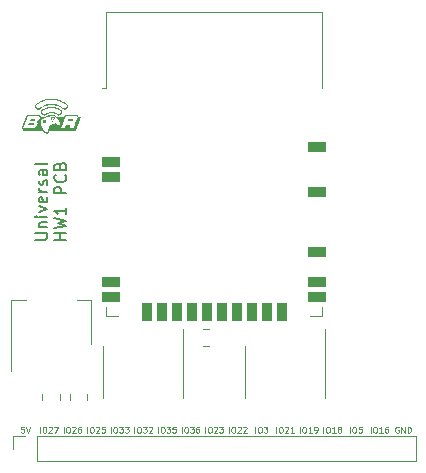
<source format=gbr>
%TF.GenerationSoftware,KiCad,Pcbnew,(6.0.8)*%
%TF.CreationDate,2023-05-25T13:10:06+01:00*%
%TF.ProjectId,BlueRetro_Universal_HW1,426c7565-5265-4747-926f-5f556e697665,rev?*%
%TF.SameCoordinates,Original*%
%TF.FileFunction,Legend,Top*%
%TF.FilePolarity,Positive*%
%FSLAX46Y46*%
G04 Gerber Fmt 4.6, Leading zero omitted, Abs format (unit mm)*
G04 Created by KiCad (PCBNEW (6.0.8)) date 2023-05-25 13:10:06*
%MOMM*%
%LPD*%
G01*
G04 APERTURE LIST*
%ADD10C,0.125000*%
%ADD11C,0.150000*%
%ADD12C,0.120000*%
%ADD13R,1.500000X0.900000*%
%ADD14R,0.900000X1.500000*%
G04 APERTURE END LIST*
D10*
X134080504Y-68018790D02*
X134080504Y-67518790D01*
X134413838Y-67518790D02*
X134509076Y-67518790D01*
X134556695Y-67542600D01*
X134604314Y-67590219D01*
X134628123Y-67685457D01*
X134628123Y-67852123D01*
X134604314Y-67947361D01*
X134556695Y-67994980D01*
X134509076Y-68018790D01*
X134413838Y-68018790D01*
X134366219Y-67994980D01*
X134318600Y-67947361D01*
X134294790Y-67852123D01*
X134294790Y-67685457D01*
X134318600Y-67590219D01*
X134366219Y-67542600D01*
X134413838Y-67518790D01*
X134818600Y-67566409D02*
X134842409Y-67542600D01*
X134890028Y-67518790D01*
X135009076Y-67518790D01*
X135056695Y-67542600D01*
X135080504Y-67566409D01*
X135104314Y-67614028D01*
X135104314Y-67661647D01*
X135080504Y-67733076D01*
X134794790Y-68018790D01*
X135104314Y-68018790D01*
X135270980Y-67518790D02*
X135604314Y-67518790D01*
X135390028Y-68018790D01*
X146080504Y-68018790D02*
X146080504Y-67518790D01*
X146413838Y-67518790D02*
X146509076Y-67518790D01*
X146556695Y-67542600D01*
X146604314Y-67590219D01*
X146628123Y-67685457D01*
X146628123Y-67852123D01*
X146604314Y-67947361D01*
X146556695Y-67994980D01*
X146509076Y-68018790D01*
X146413838Y-68018790D01*
X146366219Y-67994980D01*
X146318600Y-67947361D01*
X146294790Y-67852123D01*
X146294790Y-67685457D01*
X146318600Y-67590219D01*
X146366219Y-67542600D01*
X146413838Y-67518790D01*
X146794790Y-67518790D02*
X147104314Y-67518790D01*
X146937647Y-67709266D01*
X147009076Y-67709266D01*
X147056695Y-67733076D01*
X147080504Y-67756885D01*
X147104314Y-67804504D01*
X147104314Y-67923552D01*
X147080504Y-67971171D01*
X147056695Y-67994980D01*
X147009076Y-68018790D01*
X146866219Y-68018790D01*
X146818600Y-67994980D01*
X146794790Y-67971171D01*
X147532885Y-67518790D02*
X147437647Y-67518790D01*
X147390028Y-67542600D01*
X147366219Y-67566409D01*
X147318600Y-67637838D01*
X147294790Y-67733076D01*
X147294790Y-67923552D01*
X147318600Y-67971171D01*
X147342409Y-67994980D01*
X147390028Y-68018790D01*
X147485266Y-68018790D01*
X147532885Y-67994980D01*
X147556695Y-67971171D01*
X147580504Y-67923552D01*
X147580504Y-67804504D01*
X147556695Y-67756885D01*
X147532885Y-67733076D01*
X147485266Y-67709266D01*
X147390028Y-67709266D01*
X147342409Y-67733076D01*
X147318600Y-67756885D01*
X147294790Y-67804504D01*
X156080504Y-68018790D02*
X156080504Y-67518790D01*
X156413838Y-67518790D02*
X156509076Y-67518790D01*
X156556695Y-67542600D01*
X156604314Y-67590219D01*
X156628123Y-67685457D01*
X156628123Y-67852123D01*
X156604314Y-67947361D01*
X156556695Y-67994980D01*
X156509076Y-68018790D01*
X156413838Y-68018790D01*
X156366219Y-67994980D01*
X156318600Y-67947361D01*
X156294790Y-67852123D01*
X156294790Y-67685457D01*
X156318600Y-67590219D01*
X156366219Y-67542600D01*
X156413838Y-67518790D01*
X157104314Y-68018790D02*
X156818600Y-68018790D01*
X156961457Y-68018790D02*
X156961457Y-67518790D01*
X156913838Y-67590219D01*
X156866219Y-67637838D01*
X156818600Y-67661647D01*
X157342409Y-68018790D02*
X157437647Y-68018790D01*
X157485266Y-67994980D01*
X157509076Y-67971171D01*
X157556695Y-67899742D01*
X157580504Y-67804504D01*
X157580504Y-67614028D01*
X157556695Y-67566409D01*
X157532885Y-67542600D01*
X157485266Y-67518790D01*
X157390028Y-67518790D01*
X157342409Y-67542600D01*
X157318600Y-67566409D01*
X157294790Y-67614028D01*
X157294790Y-67733076D01*
X157318600Y-67780695D01*
X157342409Y-67804504D01*
X157390028Y-67828314D01*
X157485266Y-67828314D01*
X157532885Y-67804504D01*
X157556695Y-67780695D01*
X157580504Y-67733076D01*
X158080504Y-68018790D02*
X158080504Y-67518790D01*
X158413838Y-67518790D02*
X158509076Y-67518790D01*
X158556695Y-67542600D01*
X158604314Y-67590219D01*
X158628123Y-67685457D01*
X158628123Y-67852123D01*
X158604314Y-67947361D01*
X158556695Y-67994980D01*
X158509076Y-68018790D01*
X158413838Y-68018790D01*
X158366219Y-67994980D01*
X158318600Y-67947361D01*
X158294790Y-67852123D01*
X158294790Y-67685457D01*
X158318600Y-67590219D01*
X158366219Y-67542600D01*
X158413838Y-67518790D01*
X159104314Y-68018790D02*
X158818600Y-68018790D01*
X158961457Y-68018790D02*
X158961457Y-67518790D01*
X158913838Y-67590219D01*
X158866219Y-67637838D01*
X158818600Y-67661647D01*
X159390028Y-67733076D02*
X159342409Y-67709266D01*
X159318600Y-67685457D01*
X159294790Y-67637838D01*
X159294790Y-67614028D01*
X159318600Y-67566409D01*
X159342409Y-67542600D01*
X159390028Y-67518790D01*
X159485266Y-67518790D01*
X159532885Y-67542600D01*
X159556695Y-67566409D01*
X159580504Y-67614028D01*
X159580504Y-67637838D01*
X159556695Y-67685457D01*
X159532885Y-67709266D01*
X159485266Y-67733076D01*
X159390028Y-67733076D01*
X159342409Y-67756885D01*
X159318600Y-67780695D01*
X159294790Y-67828314D01*
X159294790Y-67923552D01*
X159318600Y-67971171D01*
X159342409Y-67994980D01*
X159390028Y-68018790D01*
X159485266Y-68018790D01*
X159532885Y-67994980D01*
X159556695Y-67971171D01*
X159580504Y-67923552D01*
X159580504Y-67828314D01*
X159556695Y-67780695D01*
X159532885Y-67756885D01*
X159485266Y-67733076D01*
X142080504Y-68018790D02*
X142080504Y-67518790D01*
X142413838Y-67518790D02*
X142509076Y-67518790D01*
X142556695Y-67542600D01*
X142604314Y-67590219D01*
X142628123Y-67685457D01*
X142628123Y-67852123D01*
X142604314Y-67947361D01*
X142556695Y-67994980D01*
X142509076Y-68018790D01*
X142413838Y-68018790D01*
X142366219Y-67994980D01*
X142318600Y-67947361D01*
X142294790Y-67852123D01*
X142294790Y-67685457D01*
X142318600Y-67590219D01*
X142366219Y-67542600D01*
X142413838Y-67518790D01*
X142794790Y-67518790D02*
X143104314Y-67518790D01*
X142937647Y-67709266D01*
X143009076Y-67709266D01*
X143056695Y-67733076D01*
X143080504Y-67756885D01*
X143104314Y-67804504D01*
X143104314Y-67923552D01*
X143080504Y-67971171D01*
X143056695Y-67994980D01*
X143009076Y-68018790D01*
X142866219Y-68018790D01*
X142818600Y-67994980D01*
X142794790Y-67971171D01*
X143294790Y-67566409D02*
X143318600Y-67542600D01*
X143366219Y-67518790D01*
X143485266Y-67518790D01*
X143532885Y-67542600D01*
X143556695Y-67566409D01*
X143580504Y-67614028D01*
X143580504Y-67661647D01*
X143556695Y-67733076D01*
X143270980Y-68018790D01*
X143580504Y-68018790D01*
X164437647Y-67542600D02*
X164390028Y-67518790D01*
X164318600Y-67518790D01*
X164247171Y-67542600D01*
X164199552Y-67590219D01*
X164175742Y-67637838D01*
X164151933Y-67733076D01*
X164151933Y-67804504D01*
X164175742Y-67899742D01*
X164199552Y-67947361D01*
X164247171Y-67994980D01*
X164318600Y-68018790D01*
X164366219Y-68018790D01*
X164437647Y-67994980D01*
X164461457Y-67971171D01*
X164461457Y-67804504D01*
X164366219Y-67804504D01*
X164675742Y-68018790D02*
X164675742Y-67518790D01*
X164961457Y-68018790D01*
X164961457Y-67518790D01*
X165199552Y-68018790D02*
X165199552Y-67518790D01*
X165318600Y-67518790D01*
X165390028Y-67542600D01*
X165437647Y-67590219D01*
X165461457Y-67637838D01*
X165485266Y-67733076D01*
X165485266Y-67804504D01*
X165461457Y-67899742D01*
X165437647Y-67947361D01*
X165390028Y-67994980D01*
X165318600Y-68018790D01*
X165199552Y-68018790D01*
X138080504Y-68018790D02*
X138080504Y-67518790D01*
X138413838Y-67518790D02*
X138509076Y-67518790D01*
X138556695Y-67542600D01*
X138604314Y-67590219D01*
X138628123Y-67685457D01*
X138628123Y-67852123D01*
X138604314Y-67947361D01*
X138556695Y-67994980D01*
X138509076Y-68018790D01*
X138413838Y-68018790D01*
X138366219Y-67994980D01*
X138318600Y-67947361D01*
X138294790Y-67852123D01*
X138294790Y-67685457D01*
X138318600Y-67590219D01*
X138366219Y-67542600D01*
X138413838Y-67518790D01*
X138818600Y-67566409D02*
X138842409Y-67542600D01*
X138890028Y-67518790D01*
X139009076Y-67518790D01*
X139056695Y-67542600D01*
X139080504Y-67566409D01*
X139104314Y-67614028D01*
X139104314Y-67661647D01*
X139080504Y-67733076D01*
X138794790Y-68018790D01*
X139104314Y-68018790D01*
X139556695Y-67518790D02*
X139318600Y-67518790D01*
X139294790Y-67756885D01*
X139318600Y-67733076D01*
X139366219Y-67709266D01*
X139485266Y-67709266D01*
X139532885Y-67733076D01*
X139556695Y-67756885D01*
X139580504Y-67804504D01*
X139580504Y-67923552D01*
X139556695Y-67971171D01*
X139532885Y-67994980D01*
X139485266Y-68018790D01*
X139366219Y-68018790D01*
X139318600Y-67994980D01*
X139294790Y-67971171D01*
X150080504Y-68018790D02*
X150080504Y-67518790D01*
X150413838Y-67518790D02*
X150509076Y-67518790D01*
X150556695Y-67542600D01*
X150604314Y-67590219D01*
X150628123Y-67685457D01*
X150628123Y-67852123D01*
X150604314Y-67947361D01*
X150556695Y-67994980D01*
X150509076Y-68018790D01*
X150413838Y-68018790D01*
X150366219Y-67994980D01*
X150318600Y-67947361D01*
X150294790Y-67852123D01*
X150294790Y-67685457D01*
X150318600Y-67590219D01*
X150366219Y-67542600D01*
X150413838Y-67518790D01*
X150818600Y-67566409D02*
X150842409Y-67542600D01*
X150890028Y-67518790D01*
X151009076Y-67518790D01*
X151056695Y-67542600D01*
X151080504Y-67566409D01*
X151104314Y-67614028D01*
X151104314Y-67661647D01*
X151080504Y-67733076D01*
X150794790Y-68018790D01*
X151104314Y-68018790D01*
X151294790Y-67566409D02*
X151318600Y-67542600D01*
X151366219Y-67518790D01*
X151485266Y-67518790D01*
X151532885Y-67542600D01*
X151556695Y-67566409D01*
X151580504Y-67614028D01*
X151580504Y-67661647D01*
X151556695Y-67733076D01*
X151270980Y-68018790D01*
X151580504Y-68018790D01*
X136080504Y-68018790D02*
X136080504Y-67518790D01*
X136413838Y-67518790D02*
X136509076Y-67518790D01*
X136556695Y-67542600D01*
X136604314Y-67590219D01*
X136628123Y-67685457D01*
X136628123Y-67852123D01*
X136604314Y-67947361D01*
X136556695Y-67994980D01*
X136509076Y-68018790D01*
X136413838Y-68018790D01*
X136366219Y-67994980D01*
X136318600Y-67947361D01*
X136294790Y-67852123D01*
X136294790Y-67685457D01*
X136318600Y-67590219D01*
X136366219Y-67542600D01*
X136413838Y-67518790D01*
X136818600Y-67566409D02*
X136842409Y-67542600D01*
X136890028Y-67518790D01*
X137009076Y-67518790D01*
X137056695Y-67542600D01*
X137080504Y-67566409D01*
X137104314Y-67614028D01*
X137104314Y-67661647D01*
X137080504Y-67733076D01*
X136794790Y-68018790D01*
X137104314Y-68018790D01*
X137532885Y-67518790D02*
X137437647Y-67518790D01*
X137390028Y-67542600D01*
X137366219Y-67566409D01*
X137318600Y-67637838D01*
X137294790Y-67733076D01*
X137294790Y-67923552D01*
X137318600Y-67971171D01*
X137342409Y-67994980D01*
X137390028Y-68018790D01*
X137485266Y-68018790D01*
X137532885Y-67994980D01*
X137556695Y-67971171D01*
X137580504Y-67923552D01*
X137580504Y-67804504D01*
X137556695Y-67756885D01*
X137532885Y-67733076D01*
X137485266Y-67709266D01*
X137390028Y-67709266D01*
X137342409Y-67733076D01*
X137318600Y-67756885D01*
X137294790Y-67804504D01*
X132723361Y-67518790D02*
X132485266Y-67518790D01*
X132461457Y-67756885D01*
X132485266Y-67733076D01*
X132532885Y-67709266D01*
X132651933Y-67709266D01*
X132699552Y-67733076D01*
X132723361Y-67756885D01*
X132747171Y-67804504D01*
X132747171Y-67923552D01*
X132723361Y-67971171D01*
X132699552Y-67994980D01*
X132651933Y-68018790D01*
X132532885Y-68018790D01*
X132485266Y-67994980D01*
X132461457Y-67971171D01*
X132890028Y-67518790D02*
X133056695Y-68018790D01*
X133223361Y-67518790D01*
X162080504Y-68018790D02*
X162080504Y-67518790D01*
X162413838Y-67518790D02*
X162509076Y-67518790D01*
X162556695Y-67542600D01*
X162604314Y-67590219D01*
X162628123Y-67685457D01*
X162628123Y-67852123D01*
X162604314Y-67947361D01*
X162556695Y-67994980D01*
X162509076Y-68018790D01*
X162413838Y-68018790D01*
X162366219Y-67994980D01*
X162318600Y-67947361D01*
X162294790Y-67852123D01*
X162294790Y-67685457D01*
X162318600Y-67590219D01*
X162366219Y-67542600D01*
X162413838Y-67518790D01*
X163104314Y-68018790D02*
X162818600Y-68018790D01*
X162961457Y-68018790D02*
X162961457Y-67518790D01*
X162913838Y-67590219D01*
X162866219Y-67637838D01*
X162818600Y-67661647D01*
X163532885Y-67518790D02*
X163437647Y-67518790D01*
X163390028Y-67542600D01*
X163366219Y-67566409D01*
X163318600Y-67637838D01*
X163294790Y-67733076D01*
X163294790Y-67923552D01*
X163318600Y-67971171D01*
X163342409Y-67994980D01*
X163390028Y-68018790D01*
X163485266Y-68018790D01*
X163532885Y-67994980D01*
X163556695Y-67971171D01*
X163580504Y-67923552D01*
X163580504Y-67804504D01*
X163556695Y-67756885D01*
X163532885Y-67733076D01*
X163485266Y-67709266D01*
X163390028Y-67709266D01*
X163342409Y-67733076D01*
X163318600Y-67756885D01*
X163294790Y-67804504D01*
X152318600Y-68018790D02*
X152318600Y-67518790D01*
X152651933Y-67518790D02*
X152747171Y-67518790D01*
X152794790Y-67542600D01*
X152842409Y-67590219D01*
X152866219Y-67685457D01*
X152866219Y-67852123D01*
X152842409Y-67947361D01*
X152794790Y-67994980D01*
X152747171Y-68018790D01*
X152651933Y-68018790D01*
X152604314Y-67994980D01*
X152556695Y-67947361D01*
X152532885Y-67852123D01*
X152532885Y-67685457D01*
X152556695Y-67590219D01*
X152604314Y-67542600D01*
X152651933Y-67518790D01*
X153032885Y-67518790D02*
X153342409Y-67518790D01*
X153175742Y-67709266D01*
X153247171Y-67709266D01*
X153294790Y-67733076D01*
X153318600Y-67756885D01*
X153342409Y-67804504D01*
X153342409Y-67923552D01*
X153318600Y-67971171D01*
X153294790Y-67994980D01*
X153247171Y-68018790D01*
X153104314Y-68018790D01*
X153056695Y-67994980D01*
X153032885Y-67971171D01*
X160318600Y-68018790D02*
X160318600Y-67518790D01*
X160651933Y-67518790D02*
X160747171Y-67518790D01*
X160794790Y-67542600D01*
X160842409Y-67590219D01*
X160866219Y-67685457D01*
X160866219Y-67852123D01*
X160842409Y-67947361D01*
X160794790Y-67994980D01*
X160747171Y-68018790D01*
X160651933Y-68018790D01*
X160604314Y-67994980D01*
X160556695Y-67947361D01*
X160532885Y-67852123D01*
X160532885Y-67685457D01*
X160556695Y-67590219D01*
X160604314Y-67542600D01*
X160651933Y-67518790D01*
X161318600Y-67518790D02*
X161080504Y-67518790D01*
X161056695Y-67756885D01*
X161080504Y-67733076D01*
X161128123Y-67709266D01*
X161247171Y-67709266D01*
X161294790Y-67733076D01*
X161318600Y-67756885D01*
X161342409Y-67804504D01*
X161342409Y-67923552D01*
X161318600Y-67971171D01*
X161294790Y-67994980D01*
X161247171Y-68018790D01*
X161128123Y-68018790D01*
X161080504Y-67994980D01*
X161056695Y-67971171D01*
X148080504Y-68018790D02*
X148080504Y-67518790D01*
X148413838Y-67518790D02*
X148509076Y-67518790D01*
X148556695Y-67542600D01*
X148604314Y-67590219D01*
X148628123Y-67685457D01*
X148628123Y-67852123D01*
X148604314Y-67947361D01*
X148556695Y-67994980D01*
X148509076Y-68018790D01*
X148413838Y-68018790D01*
X148366219Y-67994980D01*
X148318600Y-67947361D01*
X148294790Y-67852123D01*
X148294790Y-67685457D01*
X148318600Y-67590219D01*
X148366219Y-67542600D01*
X148413838Y-67518790D01*
X148818600Y-67566409D02*
X148842409Y-67542600D01*
X148890028Y-67518790D01*
X149009076Y-67518790D01*
X149056695Y-67542600D01*
X149080504Y-67566409D01*
X149104314Y-67614028D01*
X149104314Y-67661647D01*
X149080504Y-67733076D01*
X148794790Y-68018790D01*
X149104314Y-68018790D01*
X149270980Y-67518790D02*
X149580504Y-67518790D01*
X149413838Y-67709266D01*
X149485266Y-67709266D01*
X149532885Y-67733076D01*
X149556695Y-67756885D01*
X149580504Y-67804504D01*
X149580504Y-67923552D01*
X149556695Y-67971171D01*
X149532885Y-67994980D01*
X149485266Y-68018790D01*
X149342409Y-68018790D01*
X149294790Y-67994980D01*
X149270980Y-67971171D01*
X144080504Y-68018790D02*
X144080504Y-67518790D01*
X144413838Y-67518790D02*
X144509076Y-67518790D01*
X144556695Y-67542600D01*
X144604314Y-67590219D01*
X144628123Y-67685457D01*
X144628123Y-67852123D01*
X144604314Y-67947361D01*
X144556695Y-67994980D01*
X144509076Y-68018790D01*
X144413838Y-68018790D01*
X144366219Y-67994980D01*
X144318600Y-67947361D01*
X144294790Y-67852123D01*
X144294790Y-67685457D01*
X144318600Y-67590219D01*
X144366219Y-67542600D01*
X144413838Y-67518790D01*
X144794790Y-67518790D02*
X145104314Y-67518790D01*
X144937647Y-67709266D01*
X145009076Y-67709266D01*
X145056695Y-67733076D01*
X145080504Y-67756885D01*
X145104314Y-67804504D01*
X145104314Y-67923552D01*
X145080504Y-67971171D01*
X145056695Y-67994980D01*
X145009076Y-68018790D01*
X144866219Y-68018790D01*
X144818600Y-67994980D01*
X144794790Y-67971171D01*
X145556695Y-67518790D02*
X145318600Y-67518790D01*
X145294790Y-67756885D01*
X145318600Y-67733076D01*
X145366219Y-67709266D01*
X145485266Y-67709266D01*
X145532885Y-67733076D01*
X145556695Y-67756885D01*
X145580504Y-67804504D01*
X145580504Y-67923552D01*
X145556695Y-67971171D01*
X145532885Y-67994980D01*
X145485266Y-68018790D01*
X145366219Y-68018790D01*
X145318600Y-67994980D01*
X145294790Y-67971171D01*
D11*
X133699180Y-51677485D02*
X134508704Y-51677485D01*
X134603942Y-51629866D01*
X134651561Y-51582247D01*
X134699180Y-51487009D01*
X134699180Y-51296533D01*
X134651561Y-51201295D01*
X134603942Y-51153676D01*
X134508704Y-51106057D01*
X133699180Y-51106057D01*
X134032514Y-50629866D02*
X134699180Y-50629866D01*
X134127752Y-50629866D02*
X134080133Y-50582247D01*
X134032514Y-50487009D01*
X134032514Y-50344152D01*
X134080133Y-50248914D01*
X134175371Y-50201295D01*
X134699180Y-50201295D01*
X134699180Y-49725104D02*
X134032514Y-49725104D01*
X133699180Y-49725104D02*
X133746800Y-49772723D01*
X133794419Y-49725104D01*
X133746800Y-49677485D01*
X133699180Y-49725104D01*
X133794419Y-49725104D01*
X134032514Y-49344152D02*
X134699180Y-49106057D01*
X134032514Y-48867961D01*
X134651561Y-48106057D02*
X134699180Y-48201295D01*
X134699180Y-48391771D01*
X134651561Y-48487009D01*
X134556323Y-48534628D01*
X134175371Y-48534628D01*
X134080133Y-48487009D01*
X134032514Y-48391771D01*
X134032514Y-48201295D01*
X134080133Y-48106057D01*
X134175371Y-48058438D01*
X134270609Y-48058438D01*
X134365847Y-48534628D01*
X134699180Y-47629866D02*
X134032514Y-47629866D01*
X134222990Y-47629866D02*
X134127752Y-47582247D01*
X134080133Y-47534628D01*
X134032514Y-47439390D01*
X134032514Y-47344152D01*
X134651561Y-47058438D02*
X134699180Y-46963200D01*
X134699180Y-46772723D01*
X134651561Y-46677485D01*
X134556323Y-46629866D01*
X134508704Y-46629866D01*
X134413466Y-46677485D01*
X134365847Y-46772723D01*
X134365847Y-46915580D01*
X134318228Y-47010819D01*
X134222990Y-47058438D01*
X134175371Y-47058438D01*
X134080133Y-47010819D01*
X134032514Y-46915580D01*
X134032514Y-46772723D01*
X134080133Y-46677485D01*
X134699180Y-45772723D02*
X134175371Y-45772723D01*
X134080133Y-45820342D01*
X134032514Y-45915580D01*
X134032514Y-46106057D01*
X134080133Y-46201295D01*
X134651561Y-45772723D02*
X134699180Y-45867961D01*
X134699180Y-46106057D01*
X134651561Y-46201295D01*
X134556323Y-46248914D01*
X134461085Y-46248914D01*
X134365847Y-46201295D01*
X134318228Y-46106057D01*
X134318228Y-45867961D01*
X134270609Y-45772723D01*
X134699180Y-45153676D02*
X134651561Y-45248914D01*
X134556323Y-45296533D01*
X133699180Y-45296533D01*
X136309180Y-51677485D02*
X135309180Y-51677485D01*
X135785371Y-51677485D02*
X135785371Y-51106057D01*
X136309180Y-51106057D02*
X135309180Y-51106057D01*
X135309180Y-50725104D02*
X136309180Y-50487009D01*
X135594895Y-50296533D01*
X136309180Y-50106057D01*
X135309180Y-49867961D01*
X136309180Y-48963200D02*
X136309180Y-49534628D01*
X136309180Y-49248914D02*
X135309180Y-49248914D01*
X135452038Y-49344152D01*
X135547276Y-49439390D01*
X135594895Y-49534628D01*
X136309180Y-47772723D02*
X135309180Y-47772723D01*
X135309180Y-47391771D01*
X135356800Y-47296533D01*
X135404419Y-47248914D01*
X135499657Y-47201295D01*
X135642514Y-47201295D01*
X135737752Y-47248914D01*
X135785371Y-47296533D01*
X135832990Y-47391771D01*
X135832990Y-47772723D01*
X136213942Y-46201295D02*
X136261561Y-46248914D01*
X136309180Y-46391771D01*
X136309180Y-46487009D01*
X136261561Y-46629866D01*
X136166323Y-46725104D01*
X136071085Y-46772723D01*
X135880609Y-46820342D01*
X135737752Y-46820342D01*
X135547276Y-46772723D01*
X135452038Y-46725104D01*
X135356800Y-46629866D01*
X135309180Y-46487009D01*
X135309180Y-46391771D01*
X135356800Y-46248914D01*
X135404419Y-46201295D01*
X135785371Y-45439390D02*
X135832990Y-45296533D01*
X135880609Y-45248914D01*
X135975847Y-45201295D01*
X136118704Y-45201295D01*
X136213942Y-45248914D01*
X136261561Y-45296533D01*
X136309180Y-45391771D01*
X136309180Y-45772723D01*
X135309180Y-45772723D01*
X135309180Y-45439390D01*
X135356800Y-45344152D01*
X135404419Y-45296533D01*
X135499657Y-45248914D01*
X135594895Y-45248914D01*
X135690133Y-45296533D01*
X135737752Y-45344152D01*
X135785371Y-45439390D01*
X135785371Y-45772723D01*
D10*
X140080504Y-68018790D02*
X140080504Y-67518790D01*
X140413838Y-67518790D02*
X140509076Y-67518790D01*
X140556695Y-67542600D01*
X140604314Y-67590219D01*
X140628123Y-67685457D01*
X140628123Y-67852123D01*
X140604314Y-67947361D01*
X140556695Y-67994980D01*
X140509076Y-68018790D01*
X140413838Y-68018790D01*
X140366219Y-67994980D01*
X140318600Y-67947361D01*
X140294790Y-67852123D01*
X140294790Y-67685457D01*
X140318600Y-67590219D01*
X140366219Y-67542600D01*
X140413838Y-67518790D01*
X140794790Y-67518790D02*
X141104314Y-67518790D01*
X140937647Y-67709266D01*
X141009076Y-67709266D01*
X141056695Y-67733076D01*
X141080504Y-67756885D01*
X141104314Y-67804504D01*
X141104314Y-67923552D01*
X141080504Y-67971171D01*
X141056695Y-67994980D01*
X141009076Y-68018790D01*
X140866219Y-68018790D01*
X140818600Y-67994980D01*
X140794790Y-67971171D01*
X141270980Y-67518790D02*
X141580504Y-67518790D01*
X141413838Y-67709266D01*
X141485266Y-67709266D01*
X141532885Y-67733076D01*
X141556695Y-67756885D01*
X141580504Y-67804504D01*
X141580504Y-67923552D01*
X141556695Y-67971171D01*
X141532885Y-67994980D01*
X141485266Y-68018790D01*
X141342409Y-68018790D01*
X141294790Y-67994980D01*
X141270980Y-67971171D01*
X154080504Y-68018790D02*
X154080504Y-67518790D01*
X154413838Y-67518790D02*
X154509076Y-67518790D01*
X154556695Y-67542600D01*
X154604314Y-67590219D01*
X154628123Y-67685457D01*
X154628123Y-67852123D01*
X154604314Y-67947361D01*
X154556695Y-67994980D01*
X154509076Y-68018790D01*
X154413838Y-68018790D01*
X154366219Y-67994980D01*
X154318600Y-67947361D01*
X154294790Y-67852123D01*
X154294790Y-67685457D01*
X154318600Y-67590219D01*
X154366219Y-67542600D01*
X154413838Y-67518790D01*
X154818600Y-67566409D02*
X154842409Y-67542600D01*
X154890028Y-67518790D01*
X155009076Y-67518790D01*
X155056695Y-67542600D01*
X155080504Y-67566409D01*
X155104314Y-67614028D01*
X155104314Y-67661647D01*
X155080504Y-67733076D01*
X154794790Y-68018790D01*
X155104314Y-68018790D01*
X155580504Y-68018790D02*
X155294790Y-68018790D01*
X155437647Y-68018790D02*
X155437647Y-67518790D01*
X155390028Y-67590219D01*
X155342409Y-67637838D01*
X155294790Y-67661647D01*
D12*
%TO.C,U3*%
X139458600Y-62865000D02*
X139458600Y-60665000D01*
X146228600Y-62865000D02*
X146228600Y-65065000D01*
X146228600Y-62865000D02*
X146228600Y-59265000D01*
X139458600Y-62865000D02*
X139458600Y-65065000D01*
%TO.C,R1*%
X147905736Y-59230000D02*
X148359864Y-59230000D01*
X147905736Y-60700000D02*
X148359864Y-60700000D01*
%TO.C,C2*%
X134291400Y-64753748D02*
X134291400Y-65276252D01*
X135761400Y-64753748D02*
X135761400Y-65276252D01*
%TO.C,J1*%
X131758600Y-69367400D02*
X131758600Y-68307400D01*
X131758600Y-68307400D02*
X132818600Y-68307400D01*
X165878600Y-70427400D02*
X165878600Y-68307400D01*
X133818600Y-68307400D02*
X165878600Y-68307400D01*
X133818600Y-70427400D02*
X133818600Y-68307400D01*
X133818600Y-70427400D02*
X165878600Y-70427400D01*
%TO.C,U2*%
X157938600Y-57385400D02*
X157938600Y-58165400D01*
X157938600Y-58165400D02*
X156938600Y-58165400D01*
X139698600Y-38840400D02*
X139318600Y-38840400D01*
X139698600Y-32425400D02*
X139698600Y-38840400D01*
X139698600Y-57385400D02*
X139698600Y-58165400D01*
X157938600Y-32425400D02*
X157938600Y-38840400D01*
X139698600Y-58165400D02*
X140698600Y-58165400D01*
X139698600Y-32425400D02*
X157938600Y-32425400D01*
%TO.C,U4*%
X158178600Y-62865000D02*
X158178600Y-65065000D01*
X151408600Y-62865000D02*
X151408600Y-60665000D01*
X158178600Y-62865000D02*
X158178600Y-59265000D01*
X151408600Y-62865000D02*
X151408600Y-65065000D01*
%TO.C,G\u002A\u002A\u002A*%
G36*
X135097009Y-41270349D02*
G01*
X135116563Y-41277865D01*
X135132155Y-41288926D01*
X135139085Y-41297529D01*
X135145486Y-41313905D01*
X135146404Y-41331249D01*
X135141867Y-41346914D01*
X135138515Y-41352138D01*
X135124521Y-41364207D01*
X135105607Y-41372433D01*
X135083673Y-41376418D01*
X135060617Y-41375761D01*
X135043847Y-41372020D01*
X135033312Y-41366763D01*
X135021494Y-41358177D01*
X135016151Y-41353309D01*
X135007397Y-41343656D01*
X135003086Y-41335361D01*
X135001712Y-41324986D01*
X135001645Y-41320218D01*
X135004457Y-41301730D01*
X135013286Y-41287263D01*
X135028724Y-41275958D01*
X135033816Y-41273465D01*
X135053713Y-41267709D01*
X135075418Y-41266817D01*
X135097009Y-41270349D01*
G37*
G36*
X134128058Y-40826530D02*
G01*
X134138345Y-40793461D01*
X134155217Y-40762730D01*
X134163660Y-40751516D01*
X134175873Y-40738761D01*
X134193789Y-40723008D01*
X134216423Y-40704952D01*
X134242791Y-40685289D01*
X134271908Y-40664715D01*
X134302789Y-40643926D01*
X134334450Y-40623617D01*
X134365906Y-40604485D01*
X134396156Y-40587233D01*
X134484929Y-40542873D01*
X134577697Y-40504933D01*
X134674185Y-40473499D01*
X134774118Y-40448656D01*
X134877220Y-40430489D01*
X134919513Y-40425085D01*
X134944396Y-40422963D01*
X134975209Y-40421468D01*
X135010267Y-40420589D01*
X135047886Y-40420312D01*
X135086381Y-40420628D01*
X135124068Y-40421523D01*
X135159263Y-40422987D01*
X135190281Y-40425007D01*
X135211752Y-40427111D01*
X135315527Y-40443267D01*
X135416527Y-40466492D01*
X135514635Y-40496743D01*
X135609734Y-40533977D01*
X135701706Y-40578152D01*
X135790432Y-40629226D01*
X135810986Y-40642347D01*
X135853516Y-40670903D01*
X135889261Y-40696847D01*
X135918523Y-40720432D01*
X135941600Y-40741911D01*
X135958791Y-40761538D01*
X135968204Y-40775546D01*
X135981514Y-40805711D01*
X135989108Y-40838821D01*
X135990686Y-40872646D01*
X135985949Y-40904955D01*
X135985729Y-40905792D01*
X135982051Y-40918334D01*
X135977715Y-40929860D01*
X135972134Y-40941127D01*
X135964723Y-40952894D01*
X135954897Y-40965920D01*
X135942071Y-40980962D01*
X135925661Y-40998781D01*
X135905081Y-41020133D01*
X135879746Y-41045778D01*
X135870952Y-41054601D01*
X135843409Y-41082027D01*
X135820341Y-41104474D01*
X135800959Y-41122499D01*
X135784473Y-41136661D01*
X135770094Y-41147516D01*
X135757032Y-41155623D01*
X135744499Y-41161539D01*
X135731703Y-41165822D01*
X135717857Y-41169029D01*
X135705997Y-41171115D01*
X135675416Y-41173524D01*
X135646196Y-41170326D01*
X135617174Y-41161170D01*
X135587185Y-41145703D01*
X135559552Y-41126953D01*
X135492446Y-41081685D01*
X135422398Y-41043463D01*
X135349355Y-41012263D01*
X135285447Y-40991404D01*
X135215647Y-40975236D01*
X135142908Y-40965107D01*
X135068754Y-40961046D01*
X134994713Y-40963082D01*
X134922310Y-40971244D01*
X134861797Y-40983362D01*
X134822224Y-40993731D01*
X134785756Y-41004858D01*
X134751248Y-41017298D01*
X134717552Y-41031601D01*
X134683524Y-41048322D01*
X134648016Y-41068013D01*
X134609883Y-41091227D01*
X134567979Y-41118516D01*
X134534495Y-41141227D01*
X134503618Y-41158318D01*
X134470563Y-41169111D01*
X134436777Y-41173309D01*
X134403708Y-41170611D01*
X134398066Y-41169399D01*
X134376739Y-41163419D01*
X134358751Y-41155827D01*
X134340951Y-41145099D01*
X134327394Y-41135272D01*
X134317030Y-41126637D01*
X134302726Y-41113631D01*
X134285433Y-41097222D01*
X134266103Y-41078372D01*
X134245689Y-41058048D01*
X134225141Y-41037213D01*
X134205411Y-41016833D01*
X134187452Y-40997873D01*
X134172215Y-40981296D01*
X134160652Y-40968069D01*
X134153840Y-40959342D01*
X134137247Y-40928344D01*
X134127455Y-40895114D01*
X134125193Y-40869619D01*
X134222709Y-40869619D01*
X134227608Y-40890345D01*
X134229716Y-40894866D01*
X134234791Y-40902007D01*
X134244496Y-40913360D01*
X134257958Y-40928059D01*
X134274304Y-40945242D01*
X134292661Y-40964044D01*
X134312158Y-40983600D01*
X134331921Y-41003046D01*
X134351078Y-41021518D01*
X134368757Y-41038153D01*
X134384085Y-41052084D01*
X134396189Y-41062449D01*
X134404197Y-41068383D01*
X134405706Y-41069186D01*
X134423027Y-41073834D01*
X134442292Y-41074799D01*
X134459534Y-41071934D01*
X134461446Y-41071262D01*
X134468849Y-41067379D01*
X134480519Y-41060060D01*
X134494630Y-41050486D01*
X134504671Y-41043303D01*
X134574998Y-40996512D01*
X134648409Y-40956589D01*
X134724490Y-40923609D01*
X134802830Y-40897647D01*
X134883017Y-40878778D01*
X134964637Y-40867076D01*
X135047279Y-40862617D01*
X135130529Y-40865474D01*
X135213977Y-40875722D01*
X135297209Y-40893437D01*
X135311075Y-40897133D01*
X135385039Y-40921170D01*
X135457813Y-40952197D01*
X135528000Y-40989570D01*
X135574641Y-41019024D01*
X135599820Y-41036005D01*
X135619580Y-41049169D01*
X135634817Y-41059002D01*
X135646427Y-41065989D01*
X135655305Y-41070614D01*
X135662346Y-41073364D01*
X135668446Y-41074722D01*
X135674500Y-41075176D01*
X135678345Y-41075215D01*
X135691867Y-41074348D01*
X135704039Y-41072177D01*
X135707165Y-41071212D01*
X135712487Y-41067560D01*
X135722285Y-41059242D01*
X135735721Y-41047080D01*
X135751957Y-41031899D01*
X135770157Y-41014522D01*
X135789481Y-40995772D01*
X135809093Y-40976473D01*
X135828155Y-40957449D01*
X135845829Y-40939523D01*
X135861278Y-40923519D01*
X135873664Y-40910260D01*
X135882149Y-40900569D01*
X135885714Y-40895669D01*
X135892707Y-40874173D01*
X135892699Y-40851631D01*
X135885853Y-40829643D01*
X135877492Y-40815976D01*
X135869506Y-40807561D01*
X135856158Y-40795910D01*
X135838558Y-40781842D01*
X135817817Y-40766181D01*
X135795047Y-40749748D01*
X135771357Y-40733365D01*
X135747858Y-40717854D01*
X135728663Y-40705847D01*
X135641100Y-40657097D01*
X135551163Y-40615581D01*
X135459035Y-40581348D01*
X135364896Y-40554445D01*
X135268926Y-40534921D01*
X135171307Y-40522823D01*
X135072219Y-40518199D01*
X135020746Y-40518746D01*
X134922334Y-40525056D01*
X134827246Y-40538083D01*
X134734907Y-40557977D01*
X134644742Y-40584883D01*
X134556178Y-40618949D01*
X134468738Y-40660272D01*
X134433874Y-40678994D01*
X134399329Y-40698870D01*
X134365892Y-40719346D01*
X134334354Y-40739869D01*
X134305503Y-40759888D01*
X134280130Y-40778849D01*
X134259022Y-40796200D01*
X134242971Y-40811388D01*
X134232765Y-40823860D01*
X134231186Y-40826553D01*
X134223920Y-40847517D01*
X134222709Y-40869619D01*
X134125193Y-40869619D01*
X134124410Y-40860795D01*
X134128058Y-40826530D01*
G37*
G36*
X133539106Y-41457339D02*
G01*
X133576451Y-41457419D01*
X133610734Y-41457557D01*
X133641273Y-41457747D01*
X133667387Y-41457983D01*
X133688394Y-41458260D01*
X133703611Y-41458571D01*
X133712357Y-41458912D01*
X133714264Y-41459169D01*
X133712623Y-41462972D01*
X133708005Y-41472674D01*
X133700862Y-41487347D01*
X133691649Y-41506063D01*
X133680819Y-41527895D01*
X133670317Y-41548942D01*
X133626369Y-41636773D01*
X133420098Y-41636773D01*
X133381200Y-41636723D01*
X133344695Y-41636579D01*
X133311281Y-41636351D01*
X133281652Y-41636048D01*
X133256505Y-41635680D01*
X133236536Y-41635255D01*
X133222440Y-41634783D01*
X133214915Y-41634274D01*
X133213828Y-41633989D01*
X133215210Y-41629819D01*
X133219096Y-41619575D01*
X133225093Y-41604253D01*
X133232809Y-41584848D01*
X133241851Y-41562356D01*
X133249164Y-41544312D01*
X133284500Y-41457420D01*
X133499382Y-41457324D01*
X133539106Y-41457339D01*
G37*
G36*
X132994394Y-41122966D02*
G01*
X134068810Y-41121030D01*
X134100689Y-41177627D01*
X134113997Y-41201831D01*
X134128400Y-41228983D01*
X134142391Y-41256186D01*
X134154463Y-41280541D01*
X134157398Y-41286676D01*
X134182229Y-41339129D01*
X134268182Y-41337657D01*
X134354135Y-41336184D01*
X134420987Y-41305598D01*
X134489265Y-41275464D01*
X134560185Y-41246239D01*
X134632619Y-41218301D01*
X134705435Y-41192027D01*
X134777503Y-41167798D01*
X134847694Y-41145989D01*
X134914878Y-41126981D01*
X134977924Y-41111152D01*
X135035703Y-41098880D01*
X135041757Y-41097750D01*
X135085473Y-41091528D01*
X135127963Y-41088947D01*
X135167618Y-41090009D01*
X135202827Y-41094715D01*
X135215572Y-41097689D01*
X135274568Y-41117015D01*
X135334356Y-41143319D01*
X135394119Y-41176111D01*
X135453038Y-41214900D01*
X135510295Y-41259195D01*
X135561450Y-41305013D01*
X135592668Y-41334983D01*
X136113722Y-41334983D01*
X136122492Y-41314928D01*
X136126367Y-41305654D01*
X136132471Y-41290536D01*
X136140296Y-41270862D01*
X136149329Y-41247920D01*
X136159061Y-41222997D01*
X136164898Y-41207951D01*
X136198534Y-41121030D01*
X137275664Y-41122966D01*
X137330253Y-41226110D01*
X137384843Y-41329253D01*
X137456171Y-41330294D01*
X137482409Y-41330798D01*
X137501749Y-41331479D01*
X137514930Y-41332396D01*
X137522694Y-41333611D01*
X137525781Y-41335186D01*
X137525843Y-41336024D01*
X137524354Y-41340075D01*
X137520360Y-41350904D01*
X137514003Y-41368126D01*
X137505426Y-41391353D01*
X137494772Y-41420197D01*
X137482185Y-41454272D01*
X137467807Y-41493191D01*
X137451781Y-41536565D01*
X137434251Y-41584008D01*
X137415360Y-41635134D01*
X137395250Y-41689553D01*
X137374064Y-41746881D01*
X137351947Y-41806728D01*
X137329039Y-41868709D01*
X137316315Y-41903137D01*
X137108443Y-42465561D01*
X135994363Y-42465650D01*
X134880282Y-42465740D01*
X134877562Y-42487705D01*
X134871892Y-42521732D01*
X134863516Y-42556069D01*
X134853000Y-42589150D01*
X134840906Y-42619410D01*
X134827798Y-42645281D01*
X134814241Y-42665198D01*
X134813214Y-42666418D01*
X134792186Y-42685225D01*
X134765770Y-42699381D01*
X134734783Y-42708691D01*
X134700040Y-42712962D01*
X134662358Y-42712001D01*
X134636190Y-42708391D01*
X134582977Y-42694912D01*
X134532204Y-42674416D01*
X134484382Y-42647281D01*
X134440021Y-42613883D01*
X134399631Y-42574597D01*
X134363720Y-42529800D01*
X134337120Y-42487705D01*
X134324754Y-42465740D01*
X133467501Y-42465740D01*
X133387141Y-42465734D01*
X133308820Y-42465716D01*
X133232879Y-42465688D01*
X133159661Y-42465648D01*
X133089506Y-42465599D01*
X133022756Y-42465541D01*
X132959752Y-42465474D01*
X132900836Y-42465398D01*
X132846349Y-42465315D01*
X132796632Y-42465224D01*
X132752028Y-42465126D01*
X132712877Y-42465023D01*
X132679521Y-42464914D01*
X132652301Y-42464799D01*
X132631558Y-42464681D01*
X132617635Y-42464558D01*
X132610872Y-42464431D01*
X132610248Y-42464379D01*
X132611626Y-42460601D01*
X132615478Y-42450797D01*
X132621388Y-42436013D01*
X132628936Y-42417294D01*
X132637703Y-42395686D01*
X132641231Y-42387022D01*
X132650477Y-42364337D01*
X132658799Y-42343911D01*
X132665745Y-42326850D01*
X132670865Y-42314264D01*
X132673707Y-42307258D01*
X132674080Y-42306332D01*
X132672961Y-42304614D01*
X132667585Y-42303268D01*
X132657219Y-42302236D01*
X132641128Y-42301459D01*
X132618577Y-42300880D01*
X132601451Y-42300601D01*
X132526957Y-42299564D01*
X132566393Y-42200298D01*
X132672843Y-42200298D01*
X132673649Y-42201202D01*
X132675736Y-42202006D01*
X132679505Y-42202714D01*
X132685357Y-42203332D01*
X132693696Y-42203867D01*
X132704923Y-42204325D01*
X132719439Y-42204712D01*
X132737647Y-42205033D01*
X132759949Y-42205295D01*
X132786746Y-42205503D01*
X132818441Y-42205664D01*
X132855435Y-42205784D01*
X132898131Y-42205868D01*
X132946929Y-42205923D01*
X133002233Y-42205954D01*
X133064444Y-42205969D01*
X133121203Y-42205971D01*
X133571853Y-42205971D01*
X133776275Y-42058879D01*
X133826929Y-41944857D01*
X133877582Y-41830834D01*
X133856261Y-41794906D01*
X134131648Y-41794906D01*
X134133391Y-41814484D01*
X134136736Y-41835174D01*
X134141884Y-41857458D01*
X134149038Y-41881816D01*
X134158397Y-41908732D01*
X134170165Y-41938686D01*
X134184542Y-41972160D01*
X134201730Y-42009637D01*
X134221930Y-42051596D01*
X134245345Y-42098522D01*
X134272175Y-42150894D01*
X134302622Y-42209195D01*
X134314019Y-42230802D01*
X134329563Y-42260285D01*
X134345891Y-42291390D01*
X134362101Y-42322384D01*
X134377286Y-42351538D01*
X134390544Y-42377118D01*
X134399467Y-42394455D01*
X134410408Y-42415598D01*
X134420741Y-42435164D01*
X134429746Y-42451822D01*
X134436705Y-42464240D01*
X134440737Y-42470857D01*
X134470986Y-42508524D01*
X134506381Y-42541784D01*
X134545794Y-42569834D01*
X134588096Y-42591867D01*
X134631376Y-42606876D01*
X134653879Y-42611430D01*
X134677262Y-42613884D01*
X134699343Y-42614179D01*
X134717938Y-42612260D01*
X134728156Y-42609387D01*
X134737400Y-42603435D01*
X134745921Y-42593379D01*
X134753805Y-42578846D01*
X134761140Y-42559461D01*
X134768010Y-42534850D01*
X134774502Y-42504638D01*
X134780702Y-42468452D01*
X134786697Y-42425917D01*
X134792571Y-42376658D01*
X134798412Y-42320302D01*
X134801045Y-42292609D01*
X134805525Y-42245840D01*
X134809759Y-42205981D01*
X134810260Y-42201996D01*
X135876454Y-42201996D01*
X135879975Y-42203127D01*
X135890602Y-42204065D01*
X135908430Y-42204813D01*
X135933555Y-42205374D01*
X135966073Y-42205749D01*
X136006079Y-42205942D01*
X136032308Y-42205971D01*
X136188161Y-42205971D01*
X136225927Y-42113333D01*
X136236926Y-42086371D01*
X136247741Y-42059898D01*
X136257799Y-42035311D01*
X136266528Y-42014008D01*
X136273357Y-41997384D01*
X136276760Y-41989135D01*
X136289828Y-41957574D01*
X136437368Y-41958574D01*
X136584908Y-41959573D01*
X136624079Y-42022605D01*
X136636249Y-42042502D01*
X136646886Y-42060493D01*
X136655361Y-42075465D01*
X136661045Y-42086304D01*
X136663310Y-42091897D01*
X136663325Y-42092082D01*
X136662015Y-42097874D01*
X136658372Y-42109244D01*
X136652917Y-42124681D01*
X136646166Y-42142673D01*
X136644306Y-42147474D01*
X136637324Y-42165706D01*
X136631487Y-42181588D01*
X136627308Y-42193667D01*
X136625306Y-42200490D01*
X136625205Y-42201239D01*
X136626663Y-42202469D01*
X136631429Y-42203460D01*
X136640083Y-42204226D01*
X136653209Y-42204780D01*
X136671388Y-42205137D01*
X136695202Y-42205312D01*
X136725232Y-42205318D01*
X136762060Y-42205171D01*
X136780804Y-42205059D01*
X136936410Y-42204061D01*
X136988911Y-42058897D01*
X137000346Y-42027164D01*
X137010927Y-41997577D01*
X137020377Y-41970928D01*
X137028418Y-41948007D01*
X137034775Y-41929606D01*
X137039171Y-41916516D01*
X137041327Y-41909528D01*
X137041502Y-41908658D01*
X137039659Y-41903677D01*
X137034540Y-41893527D01*
X137026867Y-41879552D01*
X137017361Y-41863095D01*
X137014305Y-41857951D01*
X137004567Y-41841410D01*
X136996583Y-41827359D01*
X136991020Y-41817009D01*
X136988544Y-41811570D01*
X136988519Y-41811059D01*
X136992096Y-41808705D01*
X137001040Y-41802991D01*
X137014243Y-41794620D01*
X137030601Y-41784294D01*
X137043501Y-41776173D01*
X137061910Y-41764473D01*
X137078377Y-41753773D01*
X137091657Y-41744901D01*
X137100502Y-41738686D01*
X137103291Y-41736455D01*
X137105934Y-41731886D01*
X137111264Y-41720938D01*
X137118987Y-41704267D01*
X137128813Y-41682529D01*
X137140447Y-41656380D01*
X137153597Y-41626476D01*
X137167971Y-41593474D01*
X137183276Y-41558030D01*
X137193699Y-41533725D01*
X137277800Y-41337085D01*
X137246603Y-41276904D01*
X137215407Y-41216722D01*
X136741122Y-41216641D01*
X136266837Y-41216559D01*
X136233457Y-41301557D01*
X136221558Y-41331806D01*
X136207546Y-41367336D01*
X136191703Y-41407444D01*
X136174306Y-41451424D01*
X136155638Y-41498573D01*
X136135977Y-41548184D01*
X136115603Y-41599555D01*
X136094797Y-41651980D01*
X136073838Y-41704755D01*
X136053007Y-41757175D01*
X136032583Y-41808536D01*
X136012846Y-41858133D01*
X135994076Y-41905262D01*
X135976554Y-41949217D01*
X135960558Y-41989296D01*
X135946369Y-42024792D01*
X135934268Y-42055001D01*
X135924533Y-42079219D01*
X135920076Y-42090258D01*
X135909186Y-42117285D01*
X135899290Y-42142091D01*
X135890738Y-42163773D01*
X135883882Y-42181432D01*
X135879075Y-42194167D01*
X135876667Y-42201077D01*
X135876454Y-42201996D01*
X134810260Y-42201996D01*
X134813988Y-42172316D01*
X134818455Y-42144130D01*
X134823399Y-42120708D01*
X134829064Y-42101334D01*
X134835688Y-42085295D01*
X134843515Y-42071873D01*
X134852785Y-42060355D01*
X134863740Y-42050025D01*
X134876620Y-42040168D01*
X134889042Y-42031770D01*
X134916420Y-42015120D01*
X134949855Y-41996739D01*
X134988111Y-41977171D01*
X135029951Y-41956959D01*
X135074139Y-41936649D01*
X135119439Y-41916785D01*
X135164615Y-41897910D01*
X135208430Y-41880569D01*
X135249647Y-41865305D01*
X135287031Y-41852664D01*
X135314592Y-41844463D01*
X135341623Y-41838359D01*
X135365981Y-41836025D01*
X135389159Y-41837765D01*
X135412651Y-41843888D01*
X135437951Y-41854698D01*
X135466553Y-41870502D01*
X135479072Y-41878178D01*
X135494897Y-41888655D01*
X135515188Y-41902940D01*
X135538525Y-41919969D01*
X135563492Y-41938675D01*
X135588669Y-41957995D01*
X135612638Y-41976861D01*
X135633981Y-41994210D01*
X135637696Y-41997309D01*
X135662255Y-42017051D01*
X135683079Y-42031477D01*
X135701513Y-42040978D01*
X135718904Y-42045942D01*
X135736599Y-42046760D01*
X135755943Y-42043821D01*
X135777506Y-42037765D01*
X135804943Y-42028943D01*
X135802627Y-41986618D01*
X135796727Y-41931936D01*
X135784804Y-41874436D01*
X135766763Y-41813812D01*
X135742509Y-41749757D01*
X135711948Y-41681964D01*
X135702402Y-41662579D01*
X135665664Y-41594445D01*
X135626545Y-41532359D01*
X135583999Y-41474841D01*
X135536979Y-41420418D01*
X135513542Y-41395997D01*
X135456798Y-41342884D01*
X135398472Y-41296491D01*
X135338909Y-41257049D01*
X135278460Y-41224789D01*
X135219186Y-41200537D01*
X135203959Y-41195399D01*
X135191662Y-41191902D01*
X135180127Y-41189741D01*
X135167189Y-41188614D01*
X135150681Y-41188215D01*
X135131530Y-41188224D01*
X135107288Y-41188649D01*
X135086863Y-41189894D01*
X135067288Y-41192302D01*
X135045592Y-41196214D01*
X135025861Y-41200404D01*
X134960945Y-41216068D01*
X134891535Y-41235273D01*
X134818928Y-41257534D01*
X134744423Y-41282364D01*
X134669318Y-41309278D01*
X134594911Y-41337789D01*
X134522500Y-41367411D01*
X134453383Y-41397659D01*
X134388860Y-41428046D01*
X134330227Y-41458086D01*
X134314023Y-41466933D01*
X134283713Y-41484122D01*
X134259237Y-41499098D01*
X134239510Y-41512888D01*
X134223447Y-41526517D01*
X134209961Y-41541013D01*
X134197969Y-41557401D01*
X134186384Y-41576709D01*
X134174827Y-41598572D01*
X134152877Y-41649501D01*
X134138519Y-41701113D01*
X134131724Y-41753537D01*
X134131648Y-41794906D01*
X133856261Y-41794906D01*
X133837697Y-41763623D01*
X133825628Y-41743215D01*
X133814956Y-41725037D01*
X133806275Y-41710113D01*
X133800180Y-41699464D01*
X133797264Y-41694113D01*
X133797104Y-41693735D01*
X133799874Y-41690856D01*
X133808033Y-41684180D01*
X133820750Y-41674343D01*
X133837192Y-41661981D01*
X133856527Y-41647730D01*
X133872377Y-41636220D01*
X133948357Y-41581381D01*
X134011083Y-41459243D01*
X134027639Y-41426929D01*
X134040967Y-41400687D01*
X134051376Y-41379820D01*
X134059176Y-41363629D01*
X134064676Y-41351415D01*
X134068186Y-41342480D01*
X134070015Y-41336125D01*
X134070474Y-41331651D01*
X134069872Y-41328361D01*
X134069508Y-41327449D01*
X134066220Y-41320716D01*
X134060082Y-41308729D01*
X134051861Y-41292964D01*
X134042325Y-41274897D01*
X134038217Y-41267176D01*
X134011225Y-41216559D01*
X133062581Y-41216559D01*
X132868929Y-41704580D01*
X132845761Y-41762973D01*
X132823349Y-41819467D01*
X132801859Y-41873650D01*
X132781452Y-41925109D01*
X132762294Y-41973431D01*
X132744548Y-42018204D01*
X132728376Y-42059013D01*
X132713944Y-42095447D01*
X132701414Y-42127093D01*
X132690950Y-42153537D01*
X132682716Y-42174366D01*
X132676875Y-42189169D01*
X132673591Y-42197531D01*
X132672915Y-42199286D01*
X132672843Y-42200298D01*
X132566393Y-42200298D01*
X132760676Y-41711265D01*
X132994394Y-41122966D01*
G37*
G36*
X136922795Y-41467702D02*
G01*
X136920280Y-41474280D01*
X136915395Y-41486749D01*
X136908614Y-41503910D01*
X136900410Y-41524565D01*
X136891259Y-41547514D01*
X136887647Y-41556550D01*
X136856315Y-41634863D01*
X136637613Y-41635849D01*
X136589531Y-41636035D01*
X136548594Y-41636119D01*
X136514307Y-41636093D01*
X136486175Y-41635948D01*
X136463702Y-41635675D01*
X136446395Y-41635266D01*
X136433757Y-41634713D01*
X136425295Y-41634005D01*
X136420513Y-41633136D01*
X136418917Y-41632096D01*
X136418911Y-41632024D01*
X136420158Y-41627191D01*
X136423655Y-41616251D01*
X136429038Y-41600272D01*
X136435944Y-41580325D01*
X136444009Y-41557481D01*
X136449127Y-41543175D01*
X136479344Y-41459137D01*
X136702977Y-41458152D01*
X136926611Y-41457166D01*
X136922795Y-41467702D01*
G37*
G36*
X135230630Y-41466416D02*
G01*
X135254868Y-41472506D01*
X135274614Y-41483135D01*
X135289021Y-41497616D01*
X135297244Y-41515266D01*
X135298421Y-41521393D01*
X135297001Y-41537279D01*
X135289258Y-41551491D01*
X135276447Y-41563346D01*
X135259820Y-41572160D01*
X135240631Y-41577249D01*
X135220135Y-41577931D01*
X135201590Y-41574205D01*
X135179010Y-41563960D01*
X135162818Y-41550194D01*
X135153288Y-41533219D01*
X135150630Y-41516179D01*
X135154199Y-41501288D01*
X135163957Y-41487922D01*
X135178476Y-41476967D01*
X135196333Y-41469311D01*
X135216101Y-41465839D01*
X135230630Y-41466416D01*
G37*
G36*
X135167587Y-41665024D02*
G01*
X135177389Y-41671008D01*
X135184557Y-41681774D01*
X135188203Y-41694689D01*
X135187439Y-41707119D01*
X135184056Y-41713816D01*
X135178437Y-41717811D01*
X135167354Y-41723597D01*
X135152559Y-41730446D01*
X135135799Y-41737631D01*
X135118827Y-41744424D01*
X135103391Y-41750100D01*
X135091242Y-41753929D01*
X135084488Y-41755197D01*
X135074759Y-41752439D01*
X135069137Y-41748263D01*
X135063436Y-41739712D01*
X135058516Y-41728861D01*
X135058503Y-41728823D01*
X135056473Y-41719325D01*
X135058137Y-41711169D01*
X135064253Y-41703674D01*
X135075579Y-41696162D01*
X135092872Y-41687954D01*
X135113298Y-41679742D01*
X135136252Y-41671399D01*
X135152957Y-41666431D01*
X135163945Y-41664695D01*
X135167587Y-41665024D01*
G37*
G36*
X135057961Y-41416495D02*
G01*
X135073690Y-41423947D01*
X135090079Y-41437476D01*
X135099559Y-41452262D01*
X135102860Y-41469485D01*
X135102879Y-41471077D01*
X135099423Y-41487415D01*
X135089894Y-41501139D01*
X135075550Y-41511783D01*
X135057651Y-41518883D01*
X135037454Y-41521974D01*
X135016217Y-41520593D01*
X134995200Y-41514274D01*
X134991080Y-41512349D01*
X134973264Y-41500204D01*
X134961639Y-41485436D01*
X134956197Y-41469283D01*
X134956926Y-41452980D01*
X134963816Y-41437764D01*
X134976858Y-41424871D01*
X134991863Y-41417001D01*
X135013182Y-41412045D01*
X135036151Y-41411956D01*
X135057961Y-41416495D01*
G37*
G36*
X133408536Y-41793410D02*
G01*
X133448005Y-41793457D01*
X133480972Y-41793557D01*
X133508007Y-41793725D01*
X133529678Y-41793979D01*
X133546554Y-41794336D01*
X133559205Y-41794812D01*
X133568200Y-41795425D01*
X133574107Y-41796190D01*
X133577497Y-41797125D01*
X133578938Y-41798247D01*
X133578999Y-41799573D01*
X133578917Y-41799809D01*
X133576708Y-41805045D01*
X133571879Y-41816177D01*
X133564904Y-41832118D01*
X133556261Y-41851780D01*
X133546427Y-41874075D01*
X133541262Y-41885756D01*
X133506067Y-41965292D01*
X133072381Y-41965304D01*
X133077477Y-41952888D01*
X133080450Y-41945624D01*
X133085786Y-41932572D01*
X133092959Y-41915017D01*
X133101443Y-41894245D01*
X133110713Y-41871540D01*
X133112594Y-41866935D01*
X133142615Y-41793398D01*
X133361996Y-41793398D01*
X133408536Y-41793410D01*
G37*
G36*
X135303829Y-41325200D02*
G01*
X135324446Y-41334491D01*
X135341678Y-41348789D01*
X135343066Y-41350389D01*
X135351095Y-41365470D01*
X135353055Y-41382840D01*
X135348768Y-41399923D01*
X135346756Y-41403751D01*
X135335229Y-41416304D01*
X135318386Y-41425653D01*
X135298077Y-41431241D01*
X135276153Y-41432512D01*
X135259101Y-41430143D01*
X135243905Y-41424008D01*
X135229014Y-41413788D01*
X135216671Y-41401397D01*
X135209113Y-41388754D01*
X135208499Y-41386841D01*
X135206503Y-41369203D01*
X135211371Y-41353674D01*
X135221489Y-41340781D01*
X135238655Y-41328705D01*
X135259233Y-41322172D01*
X135281524Y-41321049D01*
X135303829Y-41325200D01*
G37*
G36*
X134460606Y-41520599D02*
G01*
X134464907Y-41524825D01*
X134471538Y-41534302D01*
X134479443Y-41547433D01*
X134484541Y-41556751D01*
X134492579Y-41571276D01*
X134499831Y-41583091D01*
X134505296Y-41590629D01*
X134507375Y-41592480D01*
X134512724Y-41591721D01*
X134523237Y-41588159D01*
X134537247Y-41582410D01*
X134548856Y-41577126D01*
X134564846Y-41570033D01*
X134579060Y-41564602D01*
X134589632Y-41561497D01*
X134593873Y-41561065D01*
X134599113Y-41563705D01*
X134605643Y-41570817D01*
X134614114Y-41583240D01*
X134624397Y-41600458D01*
X134633157Y-41616231D01*
X134640259Y-41630075D01*
X134644918Y-41640390D01*
X134646374Y-41645297D01*
X134644503Y-41650123D01*
X134638402Y-41656078D01*
X134627338Y-41663681D01*
X134610577Y-41673451D01*
X134593440Y-41682716D01*
X134581195Y-41689713D01*
X134571866Y-41696005D01*
X134567356Y-41700297D01*
X134567274Y-41700480D01*
X134568213Y-41705681D01*
X134572218Y-41715940D01*
X134578609Y-41729660D01*
X134584872Y-41741846D01*
X134594665Y-41760749D01*
X134600770Y-41774370D01*
X134603469Y-41783953D01*
X134603046Y-41790743D01*
X134599784Y-41795985D01*
X134597667Y-41797996D01*
X134590796Y-41803068D01*
X134579441Y-41810537D01*
X134565046Y-41819545D01*
X134549056Y-41829237D01*
X134532915Y-41838755D01*
X134518068Y-41847242D01*
X134505960Y-41853843D01*
X134498034Y-41857699D01*
X134495939Y-41858340D01*
X134489018Y-41855631D01*
X134486830Y-41853565D01*
X134483645Y-41848366D01*
X134477938Y-41837898D01*
X134470556Y-41823749D01*
X134463407Y-41809633D01*
X134453165Y-41790254D01*
X134445044Y-41777276D01*
X134439256Y-41771023D01*
X134437672Y-41770477D01*
X134432178Y-41772220D01*
X134421433Y-41776995D01*
X134406867Y-41784123D01*
X134389907Y-41792924D01*
X134385458Y-41795308D01*
X134364590Y-41806353D01*
X134349253Y-41813846D01*
X134338399Y-41818122D01*
X134330979Y-41819514D01*
X134325946Y-41818358D01*
X134322549Y-41815364D01*
X134318216Y-41808315D01*
X134312111Y-41796219D01*
X134304972Y-41780808D01*
X134297540Y-41763812D01*
X134290554Y-41746961D01*
X134284752Y-41731986D01*
X134280875Y-41720617D01*
X134279642Y-41714929D01*
X134280256Y-41710636D01*
X134282810Y-41706653D01*
X134288371Y-41702245D01*
X134298007Y-41696677D01*
X134312785Y-41689215D01*
X134326871Y-41682419D01*
X134344557Y-41673726D01*
X134359925Y-41665737D01*
X134371553Y-41659225D01*
X134378015Y-41654960D01*
X134378643Y-41654352D01*
X134380100Y-41650425D01*
X134379070Y-41643985D01*
X134375144Y-41633765D01*
X134367914Y-41618501D01*
X134365576Y-41613816D01*
X134358254Y-41598249D01*
X134352670Y-41584472D01*
X134349532Y-41574347D01*
X134349141Y-41570597D01*
X134350972Y-41566724D01*
X134356004Y-41562414D01*
X134365200Y-41557121D01*
X134379525Y-41550297D01*
X134399941Y-41541395D01*
X134402405Y-41540348D01*
X134421697Y-41532488D01*
X134438495Y-41526255D01*
X134451471Y-41522100D01*
X134459296Y-41520475D01*
X134460606Y-41520599D01*
G37*
G36*
X134943106Y-41753797D02*
G01*
X134952610Y-41759521D01*
X134960941Y-41770094D01*
X134966264Y-41782756D01*
X134967250Y-41790110D01*
X134966172Y-41797933D01*
X134962315Y-41804914D01*
X134954777Y-41811699D01*
X134942660Y-41818931D01*
X134925062Y-41827254D01*
X134901597Y-41837106D01*
X134877247Y-41846710D01*
X134858708Y-41853205D01*
X134844889Y-41856755D01*
X134834696Y-41857525D01*
X134827039Y-41855679D01*
X134820824Y-41851382D01*
X134819004Y-41849561D01*
X134810952Y-41836736D01*
X134807683Y-41822081D01*
X134809777Y-41808598D01*
X134810690Y-41806673D01*
X134816203Y-41801702D01*
X134827504Y-41795089D01*
X134843081Y-41787439D01*
X134861419Y-41779356D01*
X134881007Y-41771443D01*
X134900329Y-41764307D01*
X134917874Y-41758550D01*
X134932126Y-41754777D01*
X134941573Y-41753593D01*
X134943106Y-41753797D01*
G37*
G36*
X133646410Y-40325443D02*
G01*
X133660664Y-40292135D01*
X133666771Y-40281877D01*
X133677090Y-40268660D01*
X133693199Y-40251900D01*
X133714434Y-40232146D01*
X133740135Y-40209951D01*
X133769637Y-40185863D01*
X133802281Y-40160434D01*
X133837402Y-40134213D01*
X133874340Y-40107751D01*
X133886169Y-40099507D01*
X133989709Y-40032456D01*
X134097249Y-39971813D01*
X134208413Y-39917726D01*
X134322824Y-39870342D01*
X134440103Y-39829807D01*
X134559874Y-39796268D01*
X134681759Y-39769873D01*
X134768618Y-39755656D01*
X134811428Y-39749885D01*
X134850706Y-39745329D01*
X134888272Y-39741872D01*
X134925946Y-39739398D01*
X134965548Y-39737790D01*
X135008897Y-39736933D01*
X135057813Y-39736708D01*
X135064677Y-39736720D01*
X135116428Y-39737163D01*
X135162571Y-39738339D01*
X135205116Y-39740389D01*
X135246073Y-39743453D01*
X135287451Y-39747673D01*
X135331260Y-39753189D01*
X135362647Y-39757632D01*
X135483222Y-39779148D01*
X135602555Y-39808074D01*
X135720200Y-39844223D01*
X135835708Y-39887406D01*
X135948633Y-39937435D01*
X136058528Y-39994122D01*
X136164945Y-40057279D01*
X136267438Y-40126718D01*
X136304023Y-40153773D01*
X136340231Y-40181579D01*
X136370594Y-40205838D01*
X136395700Y-40227120D01*
X136416141Y-40245996D01*
X136432505Y-40263035D01*
X136445384Y-40278808D01*
X136455366Y-40293884D01*
X136461866Y-40306256D01*
X136467862Y-40320299D01*
X136471676Y-40333164D01*
X136473936Y-40347742D01*
X136475271Y-40366920D01*
X136475326Y-40368064D01*
X136474573Y-40401417D01*
X136468600Y-40430857D01*
X136456896Y-40458492D01*
X136450769Y-40469071D01*
X136444907Y-40476789D01*
X136434396Y-40488887D01*
X136420116Y-40504472D01*
X136402950Y-40522650D01*
X136383777Y-40542531D01*
X136363478Y-40563220D01*
X136342936Y-40583827D01*
X136323030Y-40603457D01*
X136304642Y-40621220D01*
X136288653Y-40636222D01*
X136275943Y-40647571D01*
X136268977Y-40653235D01*
X136238688Y-40671275D01*
X136205519Y-40682245D01*
X136169437Y-40686155D01*
X136167386Y-40686165D01*
X136147198Y-40685595D01*
X136129386Y-40683517D01*
X136112768Y-40679384D01*
X136096163Y-40672648D01*
X136078391Y-40662759D01*
X136058270Y-40649170D01*
X136034619Y-40631332D01*
X136013978Y-40614935D01*
X135927518Y-40549891D01*
X135838371Y-40491884D01*
X135746328Y-40440826D01*
X135651177Y-40396627D01*
X135552708Y-40359198D01*
X135450709Y-40328448D01*
X135344971Y-40304289D01*
X135244223Y-40287809D01*
X135210995Y-40284226D01*
X135171999Y-40281477D01*
X135128945Y-40279571D01*
X135083548Y-40278520D01*
X135037518Y-40278332D01*
X134992568Y-40279019D01*
X134950411Y-40280590D01*
X134912757Y-40283056D01*
X134887042Y-40285678D01*
X134777145Y-40302946D01*
X134670524Y-40327000D01*
X134567301Y-40357791D01*
X134467595Y-40395267D01*
X134371525Y-40439380D01*
X134279213Y-40490080D01*
X134190777Y-40547315D01*
X134107084Y-40610432D01*
X134082730Y-40629992D01*
X134063167Y-40645182D01*
X134047438Y-40656658D01*
X134034581Y-40665077D01*
X134023637Y-40671097D01*
X134013647Y-40675375D01*
X134010768Y-40676392D01*
X133977636Y-40684072D01*
X133942005Y-40686026D01*
X133924417Y-40684800D01*
X133895316Y-40678096D01*
X133870936Y-40667951D01*
X133862301Y-40663491D01*
X133854082Y-40658576D01*
X133845512Y-40652537D01*
X133835822Y-40644707D01*
X133824247Y-40634417D01*
X133810018Y-40620998D01*
X133792368Y-40603782D01*
X133770529Y-40582100D01*
X133757875Y-40569451D01*
X133727933Y-40539148D01*
X133703577Y-40513767D01*
X133684677Y-40493163D01*
X133671100Y-40477192D01*
X133662715Y-40465708D01*
X133661501Y-40463677D01*
X133646858Y-40430223D01*
X133639480Y-40395415D01*
X133639427Y-40382247D01*
X133737521Y-40382247D01*
X133741410Y-40402315D01*
X133744560Y-40409710D01*
X133749636Y-40416851D01*
X133759341Y-40428204D01*
X133772802Y-40442904D01*
X133789148Y-40460086D01*
X133807506Y-40478888D01*
X133827002Y-40498444D01*
X133846765Y-40517890D01*
X133865923Y-40536363D01*
X133883601Y-40552997D01*
X133898929Y-40566929D01*
X133911033Y-40577294D01*
X133919041Y-40583228D01*
X133920551Y-40584030D01*
X133941792Y-40589323D01*
X133963858Y-40588213D01*
X133976167Y-40584481D01*
X133983790Y-40580156D01*
X133995891Y-40571959D01*
X134011070Y-40560896D01*
X134027925Y-40547973D01*
X134036211Y-40541394D01*
X134126949Y-40473119D01*
X134220276Y-40412021D01*
X134316301Y-40358053D01*
X134415132Y-40311172D01*
X134516878Y-40271334D01*
X134621646Y-40238492D01*
X134729546Y-40212604D01*
X134840684Y-40193623D01*
X134896592Y-40186806D01*
X134926363Y-40184298D01*
X134961799Y-40182382D01*
X135001085Y-40181069D01*
X135042407Y-40180373D01*
X135083950Y-40180306D01*
X135123900Y-40180880D01*
X135160443Y-40182107D01*
X135191765Y-40184001D01*
X135200292Y-40184740D01*
X135252238Y-40190627D01*
X135307779Y-40198625D01*
X135363482Y-40208180D01*
X135415916Y-40218738D01*
X135429140Y-40221705D01*
X135460155Y-40229493D01*
X135496054Y-40239585D01*
X135534872Y-40251346D01*
X135574643Y-40264138D01*
X135613401Y-40277323D01*
X135649181Y-40290265D01*
X135680015Y-40302327D01*
X135687358Y-40305401D01*
X135787974Y-40352367D01*
X135885284Y-40406020D01*
X135978657Y-40465973D01*
X136067462Y-40531844D01*
X136093257Y-40552816D01*
X136113228Y-40568639D01*
X136129460Y-40579534D01*
X136143356Y-40586222D01*
X136156322Y-40589424D01*
X136165705Y-40589975D01*
X136174589Y-40589401D01*
X136183235Y-40587431D01*
X136192339Y-40583535D01*
X136202596Y-40577183D01*
X136214703Y-40567843D01*
X136229356Y-40554985D01*
X136247250Y-40538079D01*
X136269083Y-40516593D01*
X136291558Y-40494030D01*
X136315108Y-40470165D01*
X136333794Y-40450967D01*
X136348207Y-40435756D01*
X136358938Y-40423847D01*
X136366578Y-40414560D01*
X136371717Y-40407213D01*
X136374947Y-40401123D01*
X136376859Y-40395609D01*
X136376867Y-40395580D01*
X136379253Y-40372141D01*
X136374365Y-40349049D01*
X136370782Y-40341021D01*
X136363564Y-40331171D01*
X136350569Y-40317806D01*
X136332507Y-40301450D01*
X136310083Y-40282628D01*
X136284008Y-40261865D01*
X136254987Y-40239686D01*
X136223731Y-40216616D01*
X136190945Y-40193181D01*
X136157340Y-40169904D01*
X136123621Y-40147311D01*
X136090498Y-40125926D01*
X136058679Y-40106276D01*
X136036899Y-40093453D01*
X135940240Y-40041803D01*
X135838734Y-39995003D01*
X135733652Y-39953492D01*
X135626264Y-39917709D01*
X135517842Y-39888094D01*
X135409656Y-39865087D01*
X135347367Y-39854922D01*
X135229301Y-39841419D01*
X135110437Y-39834788D01*
X134991911Y-39835041D01*
X134874862Y-39842190D01*
X134810639Y-39849178D01*
X134692054Y-39867947D01*
X134574561Y-39894023D01*
X134458727Y-39927195D01*
X134345121Y-39967251D01*
X134234309Y-40013978D01*
X134126858Y-40067165D01*
X134023336Y-40126600D01*
X133960760Y-40166907D01*
X133930282Y-40187885D01*
X133899765Y-40209769D01*
X133869954Y-40231955D01*
X133841593Y-40253839D01*
X133815427Y-40274818D01*
X133792200Y-40294287D01*
X133772656Y-40311643D01*
X133757540Y-40326282D01*
X133747596Y-40337600D01*
X133744542Y-40342306D01*
X133738565Y-40361126D01*
X133737521Y-40382247D01*
X133639427Y-40382247D01*
X133639339Y-40360179D01*
X133646410Y-40325443D01*
G37*
%TO.C,C1*%
X138061400Y-64753748D02*
X138061400Y-65276252D01*
X136591400Y-64753748D02*
X136591400Y-65276252D01*
%TO.C,U1*%
X131616400Y-62799400D02*
X131616400Y-56789400D01*
X138436400Y-60549400D02*
X138436400Y-56789400D01*
X138436400Y-56789400D02*
X137176400Y-56789400D01*
X131616400Y-56789400D02*
X132876400Y-56789400D01*
%TD*%
D13*
%TO.C,U2*%
X157568600Y-55275400D03*
D14*
X154538600Y-57795400D03*
D13*
X157568600Y-52735400D03*
X140068600Y-46385400D03*
D14*
X150728600Y-57795400D03*
D13*
X157568600Y-56545400D03*
X140068600Y-56545400D03*
D14*
X145648600Y-57795400D03*
X149458600Y-57795400D03*
X143108600Y-57795400D03*
X146918600Y-57795400D03*
D13*
X157568600Y-47655400D03*
X140068600Y-45115400D03*
X157568600Y-43845400D03*
D14*
X151998600Y-57795400D03*
X153268600Y-57795400D03*
X148188600Y-57795400D03*
X144378600Y-57795400D03*
D13*
X140068600Y-55275400D03*
%TD*%
M02*

</source>
